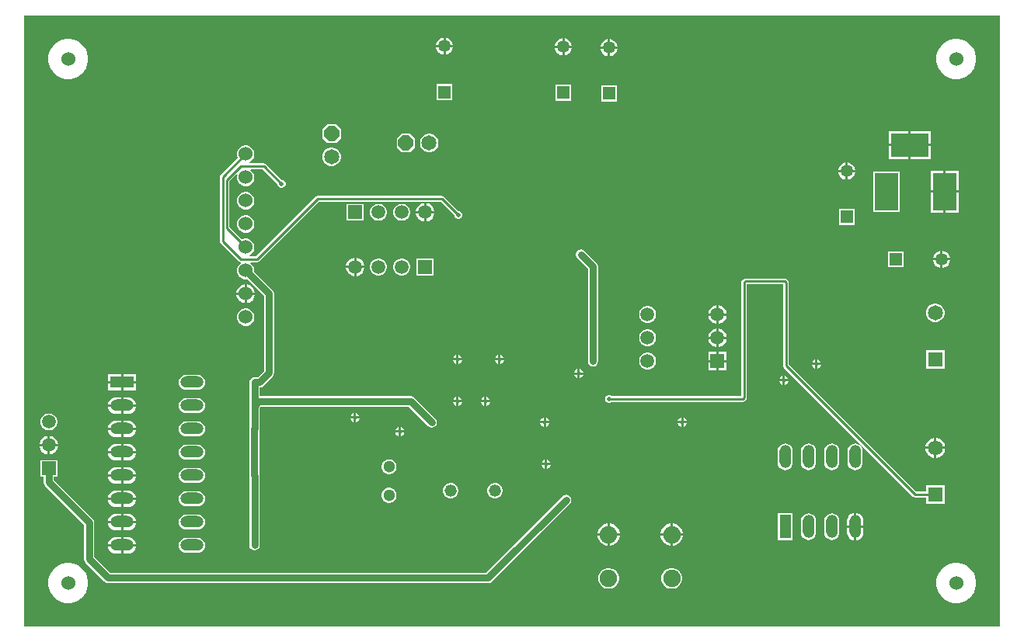
<source format=gbr>
G04*
G04 #@! TF.GenerationSoftware,Altium Limited,Altium Designer,22.4.2 (48)*
G04*
G04 Layer_Physical_Order=2*
G04 Layer_Color=16711680*
%FSLAX25Y25*%
%MOIN*%
G70*
G04*
G04 #@! TF.SameCoordinates,F61A7644-D23D-4A37-B683-A49046494346*
G04*
G04*
G04 #@! TF.FilePolarity,Positive*
G04*
G01*
G75*
%ADD13C,0.01000*%
%ADD59C,0.06000*%
%ADD69C,0.03000*%
%ADD70C,0.06496*%
%ADD71R,0.06496X0.06496*%
%ADD72R,0.05906X0.05906*%
%ADD73C,0.05906*%
%ADD74C,0.05315*%
%ADD75R,0.05315X0.05315*%
%ADD76O,0.10000X0.05000*%
%ADD77R,0.10000X0.05000*%
%ADD78C,0.07500*%
%ADD79O,0.05000X0.10000*%
%ADD80R,0.05000X0.10000*%
%ADD81C,0.05200*%
%ADD82C,0.05118*%
%ADD83R,0.05906X0.05906*%
%ADD84R,0.05315X0.05315*%
%ADD85R,0.16000X0.10000*%
%ADD86R,0.10000X0.16000*%
%ADD87C,0.06500*%
%ADD88P,0.07036X8X292.5*%
%ADD89P,0.07036X8X22.5*%
%ADD90C,0.02000*%
G36*
X419777Y11783D02*
Y1235D01*
X1224D01*
X1224Y263788D01*
X419777D01*
X419777Y11783D01*
D02*
G37*
%LPC*%
G36*
X182000Y254164D02*
Y251012D01*
X185153D01*
X184909Y251923D01*
X184427Y252758D01*
X183746Y253438D01*
X182912Y253920D01*
X182000Y254164D01*
D02*
G37*
G36*
X181000D02*
X180089Y253920D01*
X179255Y253438D01*
X178574Y252758D01*
X178092Y251923D01*
X177848Y251012D01*
X181000D01*
Y254164D01*
D02*
G37*
G36*
X233000Y253849D02*
Y250697D01*
X236153D01*
X235909Y251608D01*
X235427Y252443D01*
X234746Y253123D01*
X233912Y253605D01*
X233000Y253849D01*
D02*
G37*
G36*
X232000D02*
X231089Y253605D01*
X230255Y253123D01*
X229574Y252443D01*
X229092Y251608D01*
X228848Y250697D01*
X232000D01*
Y253849D01*
D02*
G37*
G36*
X252500Y253507D02*
Y250354D01*
X255653D01*
X255409Y251266D01*
X254927Y252100D01*
X254246Y252781D01*
X253412Y253262D01*
X252500Y253507D01*
D02*
G37*
G36*
X251500Y253507D02*
X250589Y253262D01*
X249755Y252781D01*
X249074Y252100D01*
X248592Y251266D01*
X248348Y250354D01*
X251500D01*
Y253507D01*
D02*
G37*
G36*
X185153Y250012D02*
X182000D01*
Y246859D01*
X182912Y247104D01*
X183746Y247585D01*
X184427Y248266D01*
X184909Y249100D01*
X185153Y250012D01*
D02*
G37*
G36*
X181000D02*
X177848D01*
X178092Y249100D01*
X178574Y248266D01*
X179255Y247585D01*
X180089Y247104D01*
X181000Y246859D01*
Y250012D01*
D02*
G37*
G36*
X236153Y249697D02*
X233000D01*
Y246544D01*
X233912Y246789D01*
X234746Y247270D01*
X235427Y247951D01*
X235909Y248785D01*
X236153Y249697D01*
D02*
G37*
G36*
X232000D02*
X228848D01*
X229092Y248785D01*
X229574Y247951D01*
X230255Y247270D01*
X231089Y246789D01*
X232000Y246544D01*
Y249697D01*
D02*
G37*
G36*
X251500Y249354D02*
X248348D01*
X248592Y248443D01*
X249074Y247608D01*
X249755Y246928D01*
X250589Y246446D01*
X251500Y246202D01*
Y249354D01*
D02*
G37*
G36*
X255653D02*
X252500D01*
Y246202D01*
X253412Y246446D01*
X254246Y246928D01*
X254927Y247608D01*
X255409Y248443D01*
X255653Y249354D01*
D02*
G37*
G36*
X401845Y253586D02*
X400156D01*
X398499Y253256D01*
X396939Y252610D01*
X395535Y251672D01*
X394340Y250477D01*
X393402Y249073D01*
X392756Y247513D01*
X392426Y245856D01*
Y244167D01*
X392756Y242511D01*
X393402Y240950D01*
X394340Y239546D01*
X395535Y238352D01*
X396939Y237414D01*
X398499Y236767D01*
X400156Y236438D01*
X401845D01*
X403501Y236767D01*
X405062Y237414D01*
X406466Y238352D01*
X407660Y239546D01*
X408599Y240950D01*
X409245Y242511D01*
X409574Y244167D01*
Y245856D01*
X409245Y247513D01*
X408599Y249073D01*
X407660Y250477D01*
X406466Y251672D01*
X405062Y252610D01*
X403501Y253256D01*
X401845Y253586D01*
D02*
G37*
G36*
X20845D02*
X19156D01*
X17500Y253256D01*
X15939Y252610D01*
X14535Y251672D01*
X13340Y250477D01*
X12402Y249073D01*
X11756Y247513D01*
X11426Y245856D01*
Y244167D01*
X11756Y242511D01*
X12402Y240950D01*
X13340Y239546D01*
X14535Y238352D01*
X15939Y237414D01*
X17500Y236767D01*
X19156Y236438D01*
X20845D01*
X22501Y236767D01*
X24062Y237414D01*
X25466Y238352D01*
X26660Y239546D01*
X27599Y240950D01*
X28245Y242511D01*
X28574Y244167D01*
Y245856D01*
X28245Y247513D01*
X27599Y249073D01*
X26660Y250477D01*
X25466Y251672D01*
X24062Y252610D01*
X22501Y253256D01*
X20845Y253586D01*
D02*
G37*
G36*
X184858Y234184D02*
X178143D01*
Y227469D01*
X184858D01*
Y234184D01*
D02*
G37*
G36*
X235858Y233869D02*
X229143D01*
Y227154D01*
X235858D01*
Y233869D01*
D02*
G37*
G36*
X255358Y233527D02*
X248643D01*
Y226812D01*
X255358D01*
Y233527D01*
D02*
G37*
G36*
X134975Y216962D02*
X131025D01*
X129050Y214987D01*
Y211037D01*
X131025Y209062D01*
X134975D01*
X136950Y211037D01*
Y214987D01*
X134975Y216962D01*
D02*
G37*
G36*
X390000Y214012D02*
X381500D01*
Y208512D01*
X390000D01*
Y214012D01*
D02*
G37*
G36*
X380500D02*
X372000D01*
Y208512D01*
X380500D01*
Y214012D01*
D02*
G37*
G36*
X175432Y212917D02*
X174392D01*
X173388Y212648D01*
X172487Y212128D01*
X171752Y211393D01*
X171232Y210492D01*
X170962Y209487D01*
Y208447D01*
X171232Y207443D01*
X171752Y206542D01*
X172487Y205807D01*
X173388Y205287D01*
X174392Y205017D01*
X175432D01*
X176437Y205287D01*
X177338Y205807D01*
X178073Y206542D01*
X178593Y207443D01*
X178862Y208447D01*
Y209487D01*
X178593Y210492D01*
X178073Y211393D01*
X177338Y212128D01*
X176437Y212648D01*
X175432Y212917D01*
D02*
G37*
G36*
X166887D02*
X162937D01*
X160962Y210942D01*
Y206992D01*
X162937Y205017D01*
X166887D01*
X168862Y206992D01*
Y210942D01*
X166887Y212917D01*
D02*
G37*
G36*
X390000Y207512D02*
X381500D01*
Y202012D01*
X390000D01*
Y207512D01*
D02*
G37*
G36*
X380500D02*
X372000D01*
Y202012D01*
X380500D01*
Y207512D01*
D02*
G37*
G36*
X133520Y206962D02*
X132480D01*
X131476Y206693D01*
X130575Y206172D01*
X129840Y205437D01*
X129320Y204536D01*
X129050Y203532D01*
Y202492D01*
X129320Y201487D01*
X129840Y200586D01*
X130575Y199851D01*
X131476Y199331D01*
X132480Y199062D01*
X133520D01*
X134525Y199331D01*
X135426Y199851D01*
X136161Y200586D01*
X136681Y201487D01*
X136950Y202492D01*
Y203532D01*
X136681Y204536D01*
X136161Y205437D01*
X135426Y206172D01*
X134525Y206693D01*
X133520Y206962D01*
D02*
G37*
G36*
X354500Y200507D02*
Y197354D01*
X357653D01*
X357409Y198266D01*
X356927Y199100D01*
X356246Y199781D01*
X355412Y200262D01*
X354500Y200507D01*
D02*
G37*
G36*
X353500Y200507D02*
X352589Y200262D01*
X351755Y199781D01*
X351074Y199100D01*
X350592Y198266D01*
X350348Y197354D01*
X353500D01*
Y200507D01*
D02*
G37*
G36*
Y196354D02*
X350348D01*
X350592Y195443D01*
X351074Y194608D01*
X351755Y193928D01*
X352589Y193446D01*
X353500Y193202D01*
Y196354D01*
D02*
G37*
G36*
X357653D02*
X354500D01*
Y193202D01*
X355412Y193446D01*
X356246Y193928D01*
X356927Y194608D01*
X357409Y195443D01*
X357653Y196354D01*
D02*
G37*
G36*
X96656Y207880D02*
X95682D01*
X94741Y207628D01*
X93897Y207141D01*
X93208Y206452D01*
X92721Y205608D01*
X92469Y204667D01*
Y203693D01*
X92721Y202752D01*
X92827Y202568D01*
X85435Y195177D01*
X85170Y194780D01*
X85077Y194312D01*
Y166712D01*
X85170Y166244D01*
X85435Y165847D01*
X93135Y158147D01*
X93532Y157881D01*
X94000Y157788D01*
X94018D01*
X94152Y157288D01*
X93897Y157141D01*
X93208Y156452D01*
X92721Y155608D01*
X92469Y154667D01*
Y153693D01*
X92721Y152752D01*
X93208Y151908D01*
X93897Y151219D01*
X94741Y150732D01*
X95682Y150480D01*
X96656D01*
X96688Y150489D01*
X103926Y143251D01*
Y111109D01*
X101275Y108459D01*
X99930D01*
X99072Y108288D01*
X98344Y107802D01*
X97858Y107074D01*
X97687Y106216D01*
Y96117D01*
X97689Y96106D01*
Y86680D01*
X97640Y86433D01*
Y76244D01*
Y66253D01*
X97738Y65758D01*
Y56310D01*
Y46030D01*
X97729Y45983D01*
Y36296D01*
X97900Y35437D01*
X98386Y34710D01*
X99114Y34223D01*
X99972Y34053D01*
X100830Y34223D01*
X101558Y34710D01*
X102044Y35437D01*
X102215Y36296D01*
Y45869D01*
X102243Y46012D01*
X102225Y46108D01*
Y56310D01*
Y66154D01*
X102126Y66649D01*
Y76244D01*
Y86185D01*
X102175Y86433D01*
Y95190D01*
X102754Y95769D01*
X166071D01*
X174414Y87426D01*
X175142Y86939D01*
X176000Y86769D01*
X176859Y86939D01*
X177586Y87426D01*
X178073Y88153D01*
X178244Y89012D01*
X178073Y89870D01*
X177586Y90598D01*
X168587Y99598D01*
X167859Y100084D01*
X167000Y100255D01*
X102173D01*
Y103973D01*
X102205D01*
X103063Y104144D01*
X103791Y104630D01*
X107755Y108594D01*
X108241Y109322D01*
X108412Y110180D01*
Y144180D01*
X108241Y145038D01*
X107755Y145766D01*
X99860Y153661D01*
X99869Y153693D01*
Y154667D01*
X99617Y155608D01*
X99129Y156452D01*
X98441Y157141D01*
X98185Y157288D01*
X98319Y157788D01*
X101000D01*
X101469Y157881D01*
X101866Y158147D01*
X127507Y183788D01*
X179830D01*
X185637Y177981D01*
Y177674D01*
X185896Y177049D01*
X186374Y176571D01*
X186999Y176312D01*
X187675D01*
X188300Y176571D01*
X188778Y177049D01*
X189037Y177674D01*
Y178350D01*
X188778Y178975D01*
X188300Y179453D01*
X187675Y179712D01*
X187367D01*
X181202Y185877D01*
X180805Y186142D01*
X180337Y186235D01*
X127000D01*
X126532Y186142D01*
X126135Y185877D01*
X100494Y160235D01*
X97674D01*
X97597Y160732D01*
X98441Y161219D01*
X99129Y161908D01*
X99617Y162752D01*
X99869Y163693D01*
Y164667D01*
X99617Y165608D01*
X99129Y166452D01*
X98441Y167141D01*
X97597Y167628D01*
X96656Y167880D01*
X95682D01*
X94741Y167628D01*
X94557Y167522D01*
X89224Y172855D01*
Y192505D01*
X92158Y195439D01*
X92606Y195180D01*
X92469Y194667D01*
Y193693D01*
X92721Y192752D01*
X93208Y191908D01*
X93897Y191219D01*
X94741Y190732D01*
X95682Y190480D01*
X96656D01*
X97597Y190732D01*
X98441Y191219D01*
X99129Y191908D01*
X99617Y192752D01*
X99869Y193693D01*
Y194667D01*
X99617Y195608D01*
X99129Y196452D01*
X98441Y197141D01*
X98185Y197288D01*
X98319Y197788D01*
X103494D01*
X109870Y191412D01*
Y191104D01*
X110129Y190479D01*
X110607Y190001D01*
X111232Y189742D01*
X111908D01*
X112533Y190001D01*
X113011Y190479D01*
X113270Y191104D01*
Y191780D01*
X113011Y192405D01*
X112533Y192884D01*
X111908Y193142D01*
X111600D01*
X104866Y199877D01*
X104469Y200142D01*
X104000Y200235D01*
X97674D01*
X97597Y200732D01*
X98441Y201219D01*
X99129Y201908D01*
X99617Y202752D01*
X99869Y203693D01*
Y204667D01*
X99617Y205608D01*
X99129Y206452D01*
X98441Y207141D01*
X97597Y207628D01*
X96656Y207880D01*
D02*
G37*
G36*
X402000Y197012D02*
X396500D01*
Y188512D01*
X402000D01*
Y197012D01*
D02*
G37*
G36*
X395500D02*
X390000D01*
Y188512D01*
X395500D01*
Y197012D01*
D02*
G37*
G36*
X96656Y187880D02*
X95682D01*
X94741Y187628D01*
X93897Y187141D01*
X93208Y186452D01*
X92721Y185608D01*
X92469Y184667D01*
Y183693D01*
X92721Y182752D01*
X93208Y181908D01*
X93897Y181219D01*
X94741Y180732D01*
X95682Y180480D01*
X96656D01*
X97597Y180732D01*
X98441Y181219D01*
X99129Y181908D01*
X99617Y182752D01*
X99869Y183693D01*
Y184667D01*
X99617Y185608D01*
X99129Y186452D01*
X98441Y187141D01*
X97597Y187628D01*
X96656Y187880D01*
D02*
G37*
G36*
X173689Y183133D02*
X173669D01*
Y179680D01*
X177121D01*
Y179700D01*
X176852Y180706D01*
X176332Y181607D01*
X175596Y182343D01*
X174694Y182863D01*
X173689Y183133D01*
D02*
G37*
G36*
X172669D02*
X172648D01*
X171643Y182863D01*
X170742Y182343D01*
X170006Y181607D01*
X169485Y180706D01*
X169216Y179700D01*
Y179680D01*
X172669D01*
Y183133D01*
D02*
G37*
G36*
X376700Y196712D02*
X365300D01*
Y179312D01*
X376700D01*
Y196712D01*
D02*
G37*
G36*
X402000Y187512D02*
X396500D01*
Y179012D01*
X402000D01*
Y187512D01*
D02*
G37*
G36*
X395500D02*
X390000D01*
Y179012D01*
X395500D01*
Y187512D01*
D02*
G37*
G36*
X163650Y182833D02*
X162688D01*
X161759Y182584D01*
X160926Y182103D01*
X160246Y181423D01*
X159765Y180590D01*
X159516Y179661D01*
Y178699D01*
X159765Y177770D01*
X160246Y176937D01*
X160926Y176257D01*
X161759Y175776D01*
X162688Y175527D01*
X163650D01*
X164579Y175776D01*
X165412Y176257D01*
X166092Y176937D01*
X166572Y177770D01*
X166822Y178699D01*
Y179661D01*
X166572Y180590D01*
X166092Y181423D01*
X165412Y182103D01*
X164579Y182584D01*
X163650Y182833D01*
D02*
G37*
G36*
X153650D02*
X152688D01*
X151759Y182584D01*
X150926Y182103D01*
X150246Y181423D01*
X149765Y180590D01*
X149516Y179661D01*
Y178699D01*
X149765Y177770D01*
X150246Y176937D01*
X150926Y176257D01*
X151759Y175776D01*
X152688Y175527D01*
X153650D01*
X154579Y175776D01*
X155412Y176257D01*
X156092Y176937D01*
X156572Y177770D01*
X156822Y178699D01*
Y179661D01*
X156572Y180590D01*
X156092Y181423D01*
X155412Y182103D01*
X154579Y182584D01*
X153650Y182833D01*
D02*
G37*
G36*
X146821D02*
X139516D01*
Y175527D01*
X146821D01*
Y182833D01*
D02*
G37*
G36*
X177121Y178680D02*
X173669D01*
Y175227D01*
X173689D01*
X174694Y175497D01*
X175596Y176017D01*
X176332Y176753D01*
X176852Y177654D01*
X177121Y178660D01*
Y178680D01*
D02*
G37*
G36*
X172669D02*
X169216D01*
Y178660D01*
X169485Y177654D01*
X170006Y176753D01*
X170742Y176017D01*
X171643Y175497D01*
X172648Y175227D01*
X172669D01*
Y178680D01*
D02*
G37*
G36*
X357358Y180527D02*
X350643D01*
Y173812D01*
X357358D01*
Y180527D01*
D02*
G37*
G36*
X96656Y177880D02*
X95682D01*
X94741Y177628D01*
X93897Y177141D01*
X93208Y176452D01*
X92721Y175608D01*
X92469Y174667D01*
Y173693D01*
X92721Y172752D01*
X93208Y171908D01*
X93897Y171219D01*
X94741Y170732D01*
X95682Y170480D01*
X96656D01*
X97597Y170732D01*
X98441Y171219D01*
X99129Y171908D01*
X99617Y172752D01*
X99869Y173693D01*
Y174667D01*
X99617Y175608D01*
X99129Y176452D01*
X98441Y177141D01*
X97597Y177628D01*
X96656Y177880D01*
D02*
G37*
G36*
X395185Y162664D02*
Y159512D01*
X398338D01*
X398094Y160424D01*
X397612Y161258D01*
X396931Y161938D01*
X396097Y162420D01*
X395185Y162664D01*
D02*
G37*
G36*
X394185D02*
X393274Y162420D01*
X392440Y161938D01*
X391759Y161258D01*
X391277Y160424D01*
X391033Y159512D01*
X394185D01*
Y162664D01*
D02*
G37*
G36*
X143689Y159703D02*
X143669D01*
Y156250D01*
X147122D01*
Y156270D01*
X146852Y157276D01*
X146332Y158177D01*
X145596Y158913D01*
X144694Y159433D01*
X143689Y159703D01*
D02*
G37*
G36*
X142669D02*
X142648D01*
X141643Y159433D01*
X140742Y158913D01*
X140006Y158177D01*
X139485Y157276D01*
X139216Y156270D01*
Y156250D01*
X142669D01*
Y159703D01*
D02*
G37*
G36*
X378358Y162369D02*
X371643D01*
Y155654D01*
X378358D01*
Y162369D01*
D02*
G37*
G36*
X398338Y158512D02*
X395185D01*
Y155359D01*
X396097Y155604D01*
X396931Y156085D01*
X397612Y156766D01*
X398094Y157600D01*
X398338Y158512D01*
D02*
G37*
G36*
X394185D02*
X391033D01*
X391277Y157600D01*
X391759Y156766D01*
X392440Y156085D01*
X393274Y155604D01*
X394185Y155359D01*
Y158512D01*
D02*
G37*
G36*
X176821Y159403D02*
X169516D01*
Y152097D01*
X176821D01*
Y159403D01*
D02*
G37*
G36*
X163650D02*
X162688D01*
X161759Y159154D01*
X160926Y158673D01*
X160246Y157993D01*
X159765Y157160D01*
X159516Y156231D01*
Y155269D01*
X159765Y154340D01*
X160246Y153507D01*
X160926Y152827D01*
X161759Y152346D01*
X162688Y152097D01*
X163650D01*
X164579Y152346D01*
X165412Y152827D01*
X166092Y153507D01*
X166572Y154340D01*
X166822Y155269D01*
Y156231D01*
X166572Y157160D01*
X166092Y157993D01*
X165412Y158673D01*
X164579Y159154D01*
X163650Y159403D01*
D02*
G37*
G36*
X153650D02*
X152688D01*
X151759Y159154D01*
X150926Y158673D01*
X150246Y157993D01*
X149765Y157160D01*
X149516Y156231D01*
Y155269D01*
X149765Y154340D01*
X150246Y153507D01*
X150926Y152827D01*
X151759Y152346D01*
X152688Y152097D01*
X153650D01*
X154579Y152346D01*
X155412Y152827D01*
X156092Y153507D01*
X156572Y154340D01*
X156822Y155269D01*
Y156231D01*
X156572Y157160D01*
X156092Y157993D01*
X155412Y158673D01*
X154579Y159154D01*
X153650Y159403D01*
D02*
G37*
G36*
X147122Y155250D02*
X143669D01*
Y151797D01*
X143689D01*
X144694Y152067D01*
X145596Y152587D01*
X146332Y153323D01*
X146852Y154224D01*
X147122Y155229D01*
Y155250D01*
D02*
G37*
G36*
X142669D02*
X139216D01*
Y155229D01*
X139485Y154224D01*
X140006Y153323D01*
X140742Y152587D01*
X141643Y152067D01*
X142648Y151797D01*
X142669D01*
Y155250D01*
D02*
G37*
G36*
X96695Y148180D02*
X96669D01*
Y144680D01*
X100169D01*
Y144707D01*
X99896Y145724D01*
X99370Y146636D01*
X98625Y147381D01*
X97713Y147907D01*
X96695Y148180D01*
D02*
G37*
G36*
X95669D02*
X95642D01*
X94625Y147907D01*
X93713Y147381D01*
X92968Y146636D01*
X92441Y145724D01*
X92169Y144707D01*
Y144680D01*
X95669D01*
Y148180D01*
D02*
G37*
G36*
X100169Y143680D02*
X96669D01*
Y140180D01*
X96695D01*
X97713Y140453D01*
X98625Y140979D01*
X99370Y141724D01*
X99896Y142636D01*
X100169Y143653D01*
Y143680D01*
D02*
G37*
G36*
X95669D02*
X92169D01*
Y143653D01*
X92441Y142636D01*
X92968Y141724D01*
X93713Y140979D01*
X94625Y140453D01*
X95642Y140180D01*
X95669D01*
Y143680D01*
D02*
G37*
G36*
X299104Y139240D02*
X299084D01*
Y135787D01*
X302537D01*
Y135808D01*
X302267Y136813D01*
X301747Y137714D01*
X301011Y138450D01*
X300109Y138970D01*
X299104Y139240D01*
D02*
G37*
G36*
X298084D02*
X298063D01*
X297058Y138970D01*
X296157Y138450D01*
X295421Y137714D01*
X294900Y136813D01*
X294631Y135808D01*
Y135787D01*
X298084D01*
Y139240D01*
D02*
G37*
G36*
X392520Y139960D02*
X391481D01*
X390476Y139691D01*
X389576Y139171D01*
X388841Y138436D01*
X388321Y137536D01*
X388052Y136531D01*
Y135492D01*
X388321Y134488D01*
X388841Y133588D01*
X389576Y132852D01*
X390476Y132333D01*
X391481Y132064D01*
X392520D01*
X393524Y132333D01*
X394425Y132852D01*
X395160Y133588D01*
X395679Y134488D01*
X395949Y135492D01*
Y136531D01*
X395679Y137536D01*
X395160Y138436D01*
X394425Y139171D01*
X393524Y139691D01*
X392520Y139960D01*
D02*
G37*
G36*
X269065Y138940D02*
X268103D01*
X267174Y138691D01*
X266341Y138210D01*
X265661Y137530D01*
X265180Y136697D01*
X264931Y135768D01*
Y134806D01*
X265180Y133877D01*
X265661Y133044D01*
X266341Y132364D01*
X267174Y131883D01*
X268103Y131634D01*
X269065D01*
X269994Y131883D01*
X270827Y132364D01*
X271507Y133044D01*
X271988Y133877D01*
X272236Y134806D01*
Y135768D01*
X271988Y136697D01*
X271507Y137530D01*
X270827Y138210D01*
X269994Y138691D01*
X269065Y138940D01*
D02*
G37*
G36*
X302537Y134787D02*
X299084D01*
Y131334D01*
X299104D01*
X300109Y131604D01*
X301011Y132124D01*
X301747Y132860D01*
X302267Y133761D01*
X302537Y134767D01*
Y134787D01*
D02*
G37*
G36*
X298084D02*
X294631D01*
Y134767D01*
X294900Y133761D01*
X295421Y132860D01*
X296157Y132124D01*
X297058Y131604D01*
X298063Y131334D01*
X298084D01*
Y134787D01*
D02*
G37*
G36*
X96656Y137880D02*
X95682D01*
X94741Y137628D01*
X93897Y137141D01*
X93208Y136452D01*
X92721Y135608D01*
X92469Y134667D01*
Y133693D01*
X92721Y132752D01*
X93208Y131908D01*
X93897Y131219D01*
X94741Y130732D01*
X95682Y130480D01*
X96656D01*
X97597Y130732D01*
X98441Y131219D01*
X99129Y131908D01*
X99617Y132752D01*
X99869Y133693D01*
Y134667D01*
X99617Y135608D01*
X99129Y136452D01*
X98441Y137141D01*
X97597Y137628D01*
X96656Y137880D01*
D02*
G37*
G36*
X299104Y129240D02*
X299084D01*
Y125787D01*
X302537D01*
Y125807D01*
X302267Y126813D01*
X301747Y127714D01*
X301011Y128450D01*
X300109Y128971D01*
X299104Y129240D01*
D02*
G37*
G36*
X298084D02*
X298063D01*
X297058Y128971D01*
X296157Y128450D01*
X295421Y127714D01*
X294900Y126813D01*
X294631Y125807D01*
Y125787D01*
X298084D01*
Y129240D01*
D02*
G37*
G36*
X269065Y128940D02*
X268103D01*
X267174Y128691D01*
X266341Y128210D01*
X265661Y127530D01*
X265180Y126697D01*
X264931Y125768D01*
Y124806D01*
X265180Y123877D01*
X265661Y123044D01*
X266341Y122364D01*
X267174Y121883D01*
X268103Y121634D01*
X269065D01*
X269994Y121883D01*
X270827Y122364D01*
X271507Y123044D01*
X271988Y123877D01*
X272236Y124806D01*
Y125768D01*
X271988Y126697D01*
X271507Y127530D01*
X270827Y128210D01*
X269994Y128691D01*
X269065Y128940D01*
D02*
G37*
G36*
X302537Y124787D02*
X299084D01*
Y121334D01*
X299104D01*
X300109Y121604D01*
X301011Y122124D01*
X301747Y122860D01*
X302267Y123761D01*
X302537Y124767D01*
Y124787D01*
D02*
G37*
G36*
X298084D02*
X294631D01*
Y124767D01*
X294900Y123761D01*
X295421Y122860D01*
X296157Y122124D01*
X297058Y121604D01*
X298063Y121334D01*
X298084D01*
Y124787D01*
D02*
G37*
G36*
X205500Y117969D02*
Y116512D01*
X206958D01*
X206696Y117145D01*
X206133Y117707D01*
X205500Y117969D01*
D02*
G37*
G36*
X204500D02*
X203868Y117707D01*
X203305Y117145D01*
X203043Y116512D01*
X204500D01*
Y117969D01*
D02*
G37*
G36*
X187500D02*
Y116512D01*
X188958D01*
X188696Y117145D01*
X188133Y117707D01*
X187500Y117969D01*
D02*
G37*
G36*
X186500D02*
X185868Y117707D01*
X185305Y117145D01*
X185043Y116512D01*
X186500D01*
Y117969D01*
D02*
G37*
G36*
X302537Y119240D02*
X299084D01*
Y115787D01*
X302537D01*
Y119240D01*
D02*
G37*
G36*
X298084D02*
X294631D01*
Y115787D01*
X298084D01*
Y119240D01*
D02*
G37*
G36*
X341500Y115969D02*
Y114512D01*
X342958D01*
X342696Y115145D01*
X342133Y115707D01*
X341500Y115969D01*
D02*
G37*
G36*
X340500D02*
X339867Y115707D01*
X339305Y115145D01*
X339043Y114512D01*
X340500D01*
Y115969D01*
D02*
G37*
G36*
X206958Y115512D02*
X205500D01*
Y114054D01*
X206133Y114316D01*
X206696Y114879D01*
X206958Y115512D01*
D02*
G37*
G36*
X204500D02*
X203043D01*
X203305Y114879D01*
X203868Y114316D01*
X204500Y114054D01*
Y115512D01*
D02*
G37*
G36*
X188958D02*
X187500D01*
Y114054D01*
X188133Y114316D01*
X188696Y114879D01*
X188958Y115512D01*
D02*
G37*
G36*
X186500D02*
X185043D01*
X185305Y114879D01*
X185868Y114316D01*
X186500Y114054D01*
Y115512D01*
D02*
G37*
G36*
X240000Y163255D02*
X239142Y163084D01*
X238414Y162598D01*
X237928Y161870D01*
X237757Y161012D01*
X237928Y160153D01*
X238414Y159426D01*
X242926Y154914D01*
Y135180D01*
Y125180D01*
Y115180D01*
X243096Y114322D01*
X243583Y113594D01*
X244310Y113108D01*
X245169Y112937D01*
X246027Y113108D01*
X246755Y113594D01*
X247241Y114322D01*
X247412Y115180D01*
Y125180D01*
Y135180D01*
Y155843D01*
X247241Y156702D01*
X246755Y157430D01*
X241586Y162598D01*
X240859Y163084D01*
X240000Y163255D01*
D02*
G37*
G36*
X395949Y119960D02*
X388052D01*
Y112064D01*
X395949D01*
Y119960D01*
D02*
G37*
G36*
X342958Y113512D02*
X341500D01*
Y112054D01*
X342133Y112316D01*
X342696Y112879D01*
X342958Y113512D01*
D02*
G37*
G36*
X340500D02*
X339043D01*
X339305Y112879D01*
X339867Y112316D01*
X340500Y112054D01*
Y113512D01*
D02*
G37*
G36*
X269065Y118940D02*
X268103D01*
X267174Y118691D01*
X266341Y118210D01*
X265661Y117530D01*
X265180Y116697D01*
X264931Y115768D01*
Y114806D01*
X265180Y113877D01*
X265661Y113044D01*
X266341Y112364D01*
X267174Y111883D01*
X268103Y111634D01*
X269065D01*
X269994Y111883D01*
X270827Y112364D01*
X271507Y113044D01*
X271988Y113877D01*
X272236Y114806D01*
Y115768D01*
X271988Y116697D01*
X271507Y117530D01*
X270827Y118210D01*
X269994Y118691D01*
X269065Y118940D01*
D02*
G37*
G36*
X302537Y114787D02*
X299084D01*
Y111334D01*
X302537D01*
Y114787D01*
D02*
G37*
G36*
X298084D02*
X294631D01*
Y111334D01*
X298084D01*
Y114787D01*
D02*
G37*
G36*
X239500Y111958D02*
Y110500D01*
X240958D01*
X240696Y111133D01*
X240133Y111696D01*
X239500Y111958D01*
D02*
G37*
G36*
X238500D02*
X237867Y111696D01*
X237304Y111133D01*
X237042Y110500D01*
X238500D01*
Y111958D01*
D02*
G37*
G36*
X240958Y109500D02*
X239500D01*
Y108042D01*
X240133Y108305D01*
X240696Y108867D01*
X240958Y109500D01*
D02*
G37*
G36*
X238500D02*
X237042D01*
X237304Y108867D01*
X237867Y108305D01*
X238500Y108042D01*
Y109500D01*
D02*
G37*
G36*
X327500Y108969D02*
Y107512D01*
X328958D01*
X328696Y108145D01*
X328133Y108707D01*
X327500Y108969D01*
D02*
G37*
G36*
X326500D02*
X325868Y108707D01*
X325305Y108145D01*
X325043Y107512D01*
X326500D01*
Y108969D01*
D02*
G37*
G36*
X49116Y109709D02*
X43616D01*
Y106709D01*
X49116D01*
Y109709D01*
D02*
G37*
G36*
X42616D02*
X37116D01*
Y106709D01*
X42616D01*
Y109709D01*
D02*
G37*
G36*
X328958Y106512D02*
X327500D01*
Y105054D01*
X328133Y105316D01*
X328696Y105879D01*
X328958Y106512D01*
D02*
G37*
G36*
X326500D02*
X325043D01*
X325305Y105879D01*
X325868Y105316D01*
X326500Y105054D01*
Y106512D01*
D02*
G37*
G36*
X75616Y109436D02*
X70616D01*
X69781Y109326D01*
X69002Y109004D01*
X68334Y108491D01*
X67821Y107822D01*
X67499Y107044D01*
X67389Y106209D01*
X67499Y105373D01*
X67821Y104595D01*
X68334Y103926D01*
X69002Y103413D01*
X69781Y103091D01*
X70616Y102981D01*
X75616D01*
X76452Y103091D01*
X77230Y103413D01*
X77899Y103926D01*
X78412Y104595D01*
X78734Y105373D01*
X78844Y106209D01*
X78734Y107044D01*
X78412Y107822D01*
X77899Y108491D01*
X77230Y109004D01*
X76452Y109326D01*
X75616Y109436D01*
D02*
G37*
G36*
X49116Y105709D02*
X43616D01*
Y102709D01*
X49116D01*
Y105709D01*
D02*
G37*
G36*
X42616D02*
X37116D01*
Y102709D01*
X42616D01*
Y105709D01*
D02*
G37*
G36*
X199500Y99969D02*
Y98512D01*
X200958D01*
X200696Y99145D01*
X200133Y99707D01*
X199500Y99969D01*
D02*
G37*
G36*
X198500D02*
X197868Y99707D01*
X197305Y99145D01*
X197043Y98512D01*
X198500D01*
Y99969D01*
D02*
G37*
G36*
X187500D02*
Y98512D01*
X188958D01*
X188696Y99145D01*
X188133Y99707D01*
X187500Y99969D01*
D02*
G37*
G36*
X186500D02*
X185868Y99707D01*
X185305Y99145D01*
X185043Y98512D01*
X186500D01*
Y99969D01*
D02*
G37*
G36*
X45616Y99739D02*
X43616D01*
Y96709D01*
X49081D01*
X49026Y97122D01*
X48674Y97974D01*
X48112Y98705D01*
X47381Y99266D01*
X46530Y99619D01*
X45616Y99739D01*
D02*
G37*
G36*
X42616D02*
X40616D01*
X39703Y99619D01*
X38851Y99266D01*
X38120Y98705D01*
X37559Y97974D01*
X37206Y97122D01*
X37152Y96709D01*
X42616D01*
Y99739D01*
D02*
G37*
G36*
X200958Y97512D02*
X199500D01*
Y96054D01*
X200133Y96316D01*
X200696Y96879D01*
X200958Y97512D01*
D02*
G37*
G36*
X198500D02*
X197043D01*
X197305Y96879D01*
X197868Y96316D01*
X198500Y96054D01*
Y97512D01*
D02*
G37*
G36*
X188958D02*
X187500D01*
Y96054D01*
X188133Y96316D01*
X188696Y96879D01*
X188958Y97512D01*
D02*
G37*
G36*
X186500D02*
X185043D01*
X185305Y96879D01*
X185868Y96316D01*
X186500Y96054D01*
Y97512D01*
D02*
G37*
G36*
X75616Y99436D02*
X70616D01*
X69781Y99326D01*
X69002Y99004D01*
X68334Y98491D01*
X67821Y97822D01*
X67499Y97044D01*
X67389Y96209D01*
X67499Y95373D01*
X67821Y94595D01*
X68334Y93926D01*
X69002Y93413D01*
X69781Y93091D01*
X70616Y92981D01*
X75616D01*
X76452Y93091D01*
X77230Y93413D01*
X77899Y93926D01*
X78412Y94595D01*
X78734Y95373D01*
X78844Y96209D01*
X78734Y97044D01*
X78412Y97822D01*
X77899Y98491D01*
X77230Y99004D01*
X76452Y99326D01*
X75616Y99436D01*
D02*
G37*
G36*
X49081Y95709D02*
X43616D01*
Y92678D01*
X45616D01*
X46530Y92799D01*
X47381Y93151D01*
X48112Y93712D01*
X48674Y94444D01*
X49026Y95295D01*
X49081Y95709D01*
D02*
G37*
G36*
X42616D02*
X37152D01*
X37206Y95295D01*
X37559Y94444D01*
X38120Y93712D01*
X38851Y93151D01*
X39703Y92799D01*
X40616Y92678D01*
X42616D01*
Y95709D01*
D02*
G37*
G36*
X143500Y92969D02*
Y91512D01*
X144958D01*
X144696Y92145D01*
X144133Y92707D01*
X143500Y92969D01*
D02*
G37*
G36*
X142500D02*
X141867Y92707D01*
X141305Y92145D01*
X141043Y91512D01*
X142500D01*
Y92969D01*
D02*
G37*
G36*
X284000Y91012D02*
Y89554D01*
X285458D01*
X285196Y90187D01*
X284633Y90750D01*
X284000Y91012D01*
D02*
G37*
G36*
X283000D02*
X282367Y90750D01*
X281805Y90187D01*
X281543Y89554D01*
X283000D01*
Y91012D01*
D02*
G37*
G36*
X225000D02*
Y89554D01*
X226458D01*
X226196Y90187D01*
X225633Y90750D01*
X225000Y91012D01*
D02*
G37*
G36*
X224000D02*
X223368Y90750D01*
X222805Y90187D01*
X222543Y89554D01*
X224000D01*
Y91012D01*
D02*
G37*
G36*
X144958Y90512D02*
X143500D01*
Y89054D01*
X144133Y89316D01*
X144696Y89879D01*
X144958Y90512D01*
D02*
G37*
G36*
X142500D02*
X141043D01*
X141305Y89879D01*
X141867Y89316D01*
X142500Y89054D01*
Y90512D01*
D02*
G37*
G36*
X285458Y88554D02*
X284000D01*
Y87096D01*
X284633Y87359D01*
X285196Y87921D01*
X285458Y88554D01*
D02*
G37*
G36*
X283000D02*
X281543D01*
X281805Y87921D01*
X282367Y87359D01*
X283000Y87096D01*
Y88554D01*
D02*
G37*
G36*
X226458D02*
X225000D01*
Y87096D01*
X225633Y87359D01*
X226196Y87921D01*
X226458Y88554D01*
D02*
G37*
G36*
X224000D02*
X222543D01*
X222805Y87921D01*
X223368Y87359D01*
X224000Y87096D01*
Y88554D01*
D02*
G37*
G36*
X45616Y89739D02*
X43616D01*
Y86709D01*
X49081D01*
X49026Y87122D01*
X48674Y87974D01*
X48112Y88705D01*
X47381Y89266D01*
X46530Y89618D01*
X45616Y89739D01*
D02*
G37*
G36*
X42616D02*
X40616D01*
X39703Y89618D01*
X38851Y89266D01*
X38120Y88705D01*
X37559Y87974D01*
X37206Y87122D01*
X37152Y86709D01*
X42616D01*
Y89739D01*
D02*
G37*
G36*
X12150Y92833D02*
X11188D01*
X10259Y92584D01*
X9426Y92103D01*
X8746Y91423D01*
X8265Y90590D01*
X8016Y89661D01*
Y88699D01*
X8265Y87770D01*
X8746Y86937D01*
X9426Y86257D01*
X10259Y85776D01*
X11188Y85527D01*
X12150D01*
X13079Y85776D01*
X13912Y86257D01*
X14592Y86937D01*
X15073Y87770D01*
X15322Y88699D01*
Y89661D01*
X15073Y90590D01*
X14592Y91423D01*
X13912Y92103D01*
X13079Y92584D01*
X12150Y92833D01*
D02*
G37*
G36*
X162776Y86969D02*
Y85512D01*
X164234D01*
X163971Y86145D01*
X163409Y86707D01*
X162776Y86969D01*
D02*
G37*
G36*
X161776D02*
X161143Y86707D01*
X160581Y86145D01*
X160318Y85512D01*
X161776D01*
Y86969D01*
D02*
G37*
G36*
X164234Y84512D02*
X162776D01*
Y83054D01*
X163409Y83316D01*
X163971Y83879D01*
X164234Y84512D01*
D02*
G37*
G36*
X161776D02*
X160318D01*
X160581Y83879D01*
X161143Y83316D01*
X161776Y83054D01*
Y84512D01*
D02*
G37*
G36*
X75616Y89436D02*
X70616D01*
X69781Y89326D01*
X69002Y89004D01*
X68334Y88491D01*
X67821Y87822D01*
X67499Y87044D01*
X67389Y86209D01*
X67499Y85373D01*
X67821Y84595D01*
X68334Y83926D01*
X69002Y83413D01*
X69781Y83091D01*
X70616Y82981D01*
X75616D01*
X76452Y83091D01*
X77230Y83413D01*
X77899Y83926D01*
X78412Y84595D01*
X78734Y85373D01*
X78844Y86209D01*
X78734Y87044D01*
X78412Y87822D01*
X77899Y88491D01*
X77230Y89004D01*
X76452Y89326D01*
X75616Y89436D01*
D02*
G37*
G36*
X49081Y85709D02*
X43616D01*
Y82678D01*
X45616D01*
X46530Y82799D01*
X47381Y83151D01*
X48112Y83712D01*
X48674Y84443D01*
X49026Y85295D01*
X49081Y85709D01*
D02*
G37*
G36*
X42616D02*
X37152D01*
X37206Y85295D01*
X37559Y84443D01*
X38120Y83712D01*
X38851Y83151D01*
X39703Y82799D01*
X40616Y82678D01*
X42616D01*
Y85709D01*
D02*
G37*
G36*
X12189Y83133D02*
X12169D01*
Y79680D01*
X15621D01*
Y79700D01*
X15352Y80706D01*
X14832Y81607D01*
X14096Y82343D01*
X13194Y82863D01*
X12189Y83133D01*
D02*
G37*
G36*
X11169D02*
X11148D01*
X10143Y82863D01*
X9242Y82343D01*
X8506Y81607D01*
X7985Y80706D01*
X7716Y79700D01*
Y79680D01*
X11169D01*
Y83133D01*
D02*
G37*
G36*
X392560Y82260D02*
X392500D01*
Y78512D01*
X396249D01*
Y78571D01*
X395959Y79651D01*
X395400Y80620D01*
X394609Y81411D01*
X393640Y81970D01*
X392560Y82260D01*
D02*
G37*
G36*
X391500D02*
X391441D01*
X390361Y81970D01*
X389392Y81411D01*
X388601Y80620D01*
X388042Y79651D01*
X387752Y78571D01*
Y78512D01*
X391500D01*
Y82260D01*
D02*
G37*
G36*
X45616Y79739D02*
X43616D01*
Y76709D01*
X49081D01*
X49026Y77122D01*
X48674Y77974D01*
X48112Y78705D01*
X47381Y79266D01*
X46530Y79619D01*
X45616Y79739D01*
D02*
G37*
G36*
X42616D02*
X40616D01*
X39703Y79619D01*
X38851Y79266D01*
X38120Y78705D01*
X37559Y77974D01*
X37206Y77122D01*
X37152Y76709D01*
X42616D01*
Y79739D01*
D02*
G37*
G36*
X15621Y78680D02*
X12169D01*
Y75227D01*
X12189D01*
X13194Y75497D01*
X14096Y76017D01*
X14832Y76753D01*
X15352Y77654D01*
X15621Y78660D01*
Y78680D01*
D02*
G37*
G36*
X11169D02*
X7716D01*
Y78660D01*
X7985Y77654D01*
X8506Y76753D01*
X9242Y76017D01*
X10143Y75497D01*
X11148Y75227D01*
X11169D01*
Y78680D01*
D02*
G37*
G36*
X396249Y77512D02*
X392500D01*
Y73764D01*
X392560D01*
X393640Y74053D01*
X394609Y74612D01*
X395400Y75403D01*
X395959Y76372D01*
X396249Y77452D01*
Y77512D01*
D02*
G37*
G36*
X391500D02*
X387752D01*
Y77452D01*
X388042Y76372D01*
X388601Y75403D01*
X389392Y74612D01*
X390361Y74053D01*
X391441Y73764D01*
X391500D01*
Y77512D01*
D02*
G37*
G36*
X75616Y79436D02*
X70616D01*
X69781Y79326D01*
X69002Y79004D01*
X68334Y78491D01*
X67821Y77822D01*
X67499Y77044D01*
X67389Y76209D01*
X67499Y75373D01*
X67821Y74595D01*
X68334Y73926D01*
X69002Y73413D01*
X69781Y73091D01*
X70616Y72981D01*
X75616D01*
X76452Y73091D01*
X77230Y73413D01*
X77899Y73926D01*
X78412Y74595D01*
X78734Y75373D01*
X78844Y76209D01*
X78734Y77044D01*
X78412Y77822D01*
X77899Y78491D01*
X77230Y79004D01*
X76452Y79326D01*
X75616Y79436D01*
D02*
G37*
G36*
X49081Y75709D02*
X43616D01*
Y72678D01*
X45616D01*
X46530Y72799D01*
X47381Y73151D01*
X48112Y73712D01*
X48674Y74444D01*
X49026Y75295D01*
X49081Y75709D01*
D02*
G37*
G36*
X42616D02*
X37152D01*
X37206Y75295D01*
X37559Y74444D01*
X38120Y73712D01*
X38851Y73151D01*
X39703Y72799D01*
X40616Y72678D01*
X42616D01*
Y75709D01*
D02*
G37*
G36*
X225500Y72969D02*
Y71512D01*
X226958D01*
X226696Y72145D01*
X226133Y72707D01*
X225500Y72969D01*
D02*
G37*
G36*
X224500D02*
X223868Y72707D01*
X223305Y72145D01*
X223043Y71512D01*
X224500D01*
Y72969D01*
D02*
G37*
G36*
X226958Y70512D02*
X225500D01*
Y69054D01*
X226133Y69316D01*
X226696Y69879D01*
X226958Y70512D01*
D02*
G37*
G36*
X224500D02*
X223043D01*
X223305Y69879D01*
X223868Y69316D01*
X224500Y69054D01*
Y70512D01*
D02*
G37*
G36*
X357669Y79908D02*
X356833Y79798D01*
X356055Y79475D01*
X355386Y78962D01*
X354873Y78294D01*
X354551Y77515D01*
X354441Y76680D01*
Y71680D01*
X354551Y70845D01*
X354873Y70066D01*
X355386Y69398D01*
X356055Y68885D01*
X356833Y68562D01*
X357669Y68452D01*
X358504Y68562D01*
X359282Y68885D01*
X359951Y69398D01*
X360464Y70066D01*
X360786Y70845D01*
X360896Y71680D01*
Y76680D01*
X360786Y77515D01*
X360464Y78294D01*
X359951Y78962D01*
X359282Y79475D01*
X358504Y79798D01*
X357669Y79908D01*
D02*
G37*
G36*
X347669D02*
X346833Y79798D01*
X346055Y79475D01*
X345387Y78962D01*
X344873Y78294D01*
X344551Y77515D01*
X344441Y76680D01*
Y71680D01*
X344551Y70845D01*
X344873Y70066D01*
X345387Y69398D01*
X346055Y68885D01*
X346833Y68562D01*
X347669Y68452D01*
X348504Y68562D01*
X349283Y68885D01*
X349951Y69398D01*
X350464Y70066D01*
X350786Y70845D01*
X350896Y71680D01*
Y76680D01*
X350786Y77515D01*
X350464Y78294D01*
X349951Y78962D01*
X349283Y79475D01*
X348504Y79798D01*
X347669Y79908D01*
D02*
G37*
G36*
X337669D02*
X336833Y79798D01*
X336055Y79475D01*
X335386Y78962D01*
X334874Y78294D01*
X334551Y77515D01*
X334441Y76680D01*
Y71680D01*
X334551Y70845D01*
X334874Y70066D01*
X335386Y69398D01*
X336055Y68885D01*
X336833Y68562D01*
X337669Y68452D01*
X338504Y68562D01*
X339282Y68885D01*
X339951Y69398D01*
X340464Y70066D01*
X340786Y70845D01*
X340896Y71680D01*
Y76680D01*
X340786Y77515D01*
X340464Y78294D01*
X339951Y78962D01*
X339282Y79475D01*
X338504Y79798D01*
X337669Y79908D01*
D02*
G37*
G36*
X327669D02*
X326833Y79798D01*
X326055Y79475D01*
X325387Y78962D01*
X324873Y78294D01*
X324551Y77515D01*
X324441Y76680D01*
Y71680D01*
X324551Y70845D01*
X324873Y70066D01*
X325387Y69398D01*
X326055Y68885D01*
X326833Y68562D01*
X327669Y68452D01*
X328504Y68562D01*
X329282Y68885D01*
X329951Y69398D01*
X330464Y70066D01*
X330786Y70845D01*
X330896Y71680D01*
Y76680D01*
X330786Y77515D01*
X330464Y78294D01*
X329951Y78962D01*
X329282Y79475D01*
X328504Y79798D01*
X327669Y79908D01*
D02*
G37*
G36*
X45616Y69739D02*
X43616D01*
Y66709D01*
X49081D01*
X49026Y67122D01*
X48674Y67974D01*
X48112Y68705D01*
X47381Y69266D01*
X46530Y69618D01*
X45616Y69739D01*
D02*
G37*
G36*
X42616D02*
X40616D01*
X39703Y69618D01*
X38851Y69266D01*
X38120Y68705D01*
X37559Y67974D01*
X37206Y67122D01*
X37152Y66709D01*
X42616D01*
Y69739D01*
D02*
G37*
G36*
X158065Y73144D02*
X157207D01*
X156378Y72922D01*
X155635Y72493D01*
X155028Y71886D01*
X154599Y71143D01*
X154377Y70314D01*
Y69456D01*
X154599Y68627D01*
X155028Y67884D01*
X155635Y67277D01*
X156378Y66848D01*
X157207Y66626D01*
X158065D01*
X158894Y66848D01*
X159637Y67277D01*
X160244Y67884D01*
X160673Y68627D01*
X160895Y69456D01*
Y70314D01*
X160673Y71143D01*
X160244Y71886D01*
X159637Y72493D01*
X158894Y72922D01*
X158065Y73144D01*
D02*
G37*
G36*
X75616Y69436D02*
X70616D01*
X69781Y69326D01*
X69002Y69004D01*
X68334Y68491D01*
X67821Y67822D01*
X67499Y67044D01*
X67389Y66209D01*
X67499Y65373D01*
X67821Y64595D01*
X68334Y63926D01*
X69002Y63413D01*
X69781Y63091D01*
X70616Y62981D01*
X75616D01*
X76452Y63091D01*
X77230Y63413D01*
X77899Y63926D01*
X78412Y64595D01*
X78734Y65373D01*
X78844Y66209D01*
X78734Y67044D01*
X78412Y67822D01*
X77899Y68491D01*
X77230Y69004D01*
X76452Y69326D01*
X75616Y69436D01*
D02*
G37*
G36*
X49081Y65709D02*
X43616D01*
Y62678D01*
X45616D01*
X46530Y62799D01*
X47381Y63151D01*
X48112Y63712D01*
X48674Y64443D01*
X49026Y65295D01*
X49081Y65709D01*
D02*
G37*
G36*
X42616D02*
X37152D01*
X37206Y65295D01*
X37559Y64443D01*
X38120Y63712D01*
X38851Y63151D01*
X39703Y62799D01*
X40616Y62678D01*
X42616D01*
Y65709D01*
D02*
G37*
G36*
X45616Y59739D02*
X43616D01*
Y56709D01*
X49081D01*
X49026Y57122D01*
X48674Y57974D01*
X48112Y58705D01*
X47381Y59266D01*
X46530Y59619D01*
X45616Y59739D01*
D02*
G37*
G36*
X42616D02*
X40616D01*
X39703Y59619D01*
X38851Y59266D01*
X38120Y58705D01*
X37559Y57974D01*
X37206Y57122D01*
X37152Y56709D01*
X42616D01*
Y59739D01*
D02*
G37*
G36*
X203603Y62980D02*
X202734D01*
X201895Y62755D01*
X201143Y62321D01*
X200528Y61706D01*
X200094Y60954D01*
X199869Y60115D01*
Y59246D01*
X200094Y58406D01*
X200528Y57654D01*
X201143Y57039D01*
X201895Y56605D01*
X202734Y56380D01*
X203603D01*
X204443Y56605D01*
X205195Y57039D01*
X205809Y57654D01*
X206244Y58406D01*
X206469Y59246D01*
Y60115D01*
X206244Y60954D01*
X205809Y61706D01*
X205195Y62321D01*
X204443Y62755D01*
X203603Y62980D01*
D02*
G37*
G36*
X184603D02*
X183734D01*
X182895Y62755D01*
X182142Y62321D01*
X181528Y61706D01*
X181094Y60954D01*
X180869Y60115D01*
Y59246D01*
X181094Y58406D01*
X181528Y57654D01*
X182142Y57039D01*
X182895Y56605D01*
X183734Y56380D01*
X184603D01*
X185442Y56605D01*
X186195Y57039D01*
X186809Y57654D01*
X187244Y58406D01*
X187469Y59246D01*
Y60115D01*
X187244Y60954D01*
X186809Y61706D01*
X186195Y62321D01*
X185442Y62755D01*
X184603Y62980D01*
D02*
G37*
G36*
X158065Y60939D02*
X157207D01*
X156378Y60717D01*
X155635Y60288D01*
X155028Y59681D01*
X154599Y58938D01*
X154377Y58109D01*
Y57251D01*
X154599Y56422D01*
X155028Y55679D01*
X155635Y55072D01*
X156378Y54643D01*
X157207Y54421D01*
X158065D01*
X158894Y54643D01*
X159637Y55072D01*
X160244Y55679D01*
X160673Y56422D01*
X160895Y57251D01*
Y58109D01*
X160673Y58938D01*
X160244Y59681D01*
X159637Y60288D01*
X158894Y60717D01*
X158065Y60939D01*
D02*
G37*
G36*
X327415Y150821D02*
X310586D01*
X310118Y150728D01*
X309721Y150463D01*
X309135Y149877D01*
X308870Y149480D01*
X308777Y149012D01*
Y100235D01*
X253181D01*
X252963Y100453D01*
X252339Y100712D01*
X251662D01*
X251037Y100453D01*
X250559Y99975D01*
X250300Y99350D01*
Y98674D01*
X250559Y98049D01*
X251037Y97571D01*
X251662Y97312D01*
X252339D01*
X252963Y97571D01*
X253181Y97788D01*
X309415D01*
X309883Y97881D01*
X310280Y98147D01*
X310866Y98732D01*
X311131Y99129D01*
X311224Y99598D01*
Y148374D01*
X326777D01*
Y113348D01*
X326870Y112880D01*
X327135Y112483D01*
X382472Y57147D01*
X382869Y56881D01*
X383337Y56788D01*
X388052D01*
Y54064D01*
X395949D01*
Y61960D01*
X388052D01*
Y59235D01*
X383844D01*
X329224Y113855D01*
Y149012D01*
X329131Y149480D01*
X328866Y149877D01*
X328280Y150463D01*
X327883Y150728D01*
X327415Y150821D01*
D02*
G37*
G36*
X75616Y59436D02*
X70616D01*
X69781Y59326D01*
X69002Y59004D01*
X68334Y58491D01*
X67821Y57822D01*
X67499Y57044D01*
X67389Y56209D01*
X67499Y55373D01*
X67821Y54595D01*
X68334Y53926D01*
X69002Y53413D01*
X69781Y53091D01*
X70616Y52981D01*
X75616D01*
X76452Y53091D01*
X77230Y53413D01*
X77899Y53926D01*
X78412Y54595D01*
X78734Y55373D01*
X78844Y56209D01*
X78734Y57044D01*
X78412Y57822D01*
X77899Y58491D01*
X77230Y59004D01*
X76452Y59326D01*
X75616Y59436D01*
D02*
G37*
G36*
X49081Y55709D02*
X43616D01*
Y52678D01*
X45616D01*
X46530Y52799D01*
X47381Y53151D01*
X48112Y53712D01*
X48674Y54444D01*
X49026Y55295D01*
X49081Y55709D01*
D02*
G37*
G36*
X42616D02*
X37152D01*
X37206Y55295D01*
X37559Y54444D01*
X38120Y53712D01*
X38851Y53151D01*
X39703Y52799D01*
X40616Y52678D01*
X42616D01*
Y55709D01*
D02*
G37*
G36*
X45616Y49739D02*
X43616D01*
Y46709D01*
X49081D01*
X49026Y47122D01*
X48674Y47974D01*
X48112Y48705D01*
X47381Y49266D01*
X46530Y49619D01*
X45616Y49739D01*
D02*
G37*
G36*
X42616D02*
X40616D01*
X39703Y49619D01*
X38851Y49266D01*
X38120Y48705D01*
X37559Y47974D01*
X37206Y47122D01*
X37152Y46709D01*
X42616D01*
Y49739D01*
D02*
G37*
G36*
X358169Y50144D02*
Y44680D01*
X361199D01*
Y46680D01*
X361079Y47594D01*
X360726Y48445D01*
X360165Y49176D01*
X359434Y49737D01*
X358582Y50090D01*
X358169Y50144D01*
D02*
G37*
G36*
X357169Y50144D02*
X356755Y50090D01*
X355904Y49737D01*
X355172Y49176D01*
X354611Y48445D01*
X354259Y47594D01*
X354138Y46680D01*
Y44680D01*
X357169D01*
Y50144D01*
D02*
G37*
G36*
X75616Y49436D02*
X70616D01*
X69781Y49326D01*
X69002Y49004D01*
X68334Y48491D01*
X67821Y47822D01*
X67499Y47044D01*
X67389Y46209D01*
X67499Y45373D01*
X67821Y44595D01*
X68334Y43926D01*
X69002Y43413D01*
X69781Y43091D01*
X70616Y42981D01*
X75616D01*
X76452Y43091D01*
X77230Y43413D01*
X77899Y43926D01*
X78412Y44595D01*
X78734Y45373D01*
X78844Y46209D01*
X78734Y47044D01*
X78412Y47822D01*
X77899Y48491D01*
X77230Y49004D01*
X76452Y49326D01*
X75616Y49436D01*
D02*
G37*
G36*
X49081Y45709D02*
X43616D01*
Y42678D01*
X45616D01*
X46530Y42799D01*
X47381Y43151D01*
X48112Y43712D01*
X48674Y44444D01*
X49026Y45295D01*
X49081Y45709D01*
D02*
G37*
G36*
X42616D02*
X37152D01*
X37206Y45295D01*
X37559Y44444D01*
X38120Y43712D01*
X38851Y43151D01*
X39703Y42799D01*
X40616Y42678D01*
X42616D01*
Y45709D01*
D02*
G37*
G36*
X279594Y45530D02*
X279469D01*
Y41280D01*
X283719D01*
Y41405D01*
X283395Y42614D01*
X282770Y43697D01*
X281885Y44581D01*
X280802Y45206D01*
X279594Y45530D01*
D02*
G37*
G36*
X252494D02*
X252369D01*
Y41280D01*
X256619D01*
Y41405D01*
X256295Y42614D01*
X255670Y43697D01*
X254785Y44581D01*
X253702Y45206D01*
X252494Y45530D01*
D02*
G37*
G36*
X278469D02*
X278343D01*
X277135Y45206D01*
X276052Y44581D01*
X275168Y43697D01*
X274542Y42614D01*
X274219Y41405D01*
Y41280D01*
X278469D01*
Y45530D01*
D02*
G37*
G36*
X251369D02*
X251243D01*
X250035Y45206D01*
X248952Y44581D01*
X248068Y43697D01*
X247442Y42614D01*
X247119Y41405D01*
Y41280D01*
X251369D01*
Y45530D01*
D02*
G37*
G36*
X330869Y49880D02*
X324469D01*
Y38480D01*
X330869D01*
Y49880D01*
D02*
G37*
G36*
X347669Y49908D02*
X346833Y49798D01*
X346055Y49475D01*
X345387Y48962D01*
X344873Y48294D01*
X344551Y47515D01*
X344441Y46680D01*
Y41680D01*
X344551Y40845D01*
X344873Y40066D01*
X345387Y39398D01*
X346055Y38885D01*
X346833Y38562D01*
X347669Y38452D01*
X348504Y38562D01*
X349283Y38885D01*
X349951Y39398D01*
X350464Y40066D01*
X350786Y40845D01*
X350896Y41680D01*
Y46680D01*
X350786Y47515D01*
X350464Y48294D01*
X349951Y48962D01*
X349283Y49475D01*
X348504Y49798D01*
X347669Y49908D01*
D02*
G37*
G36*
X337669D02*
X336833Y49798D01*
X336055Y49475D01*
X335386Y48962D01*
X334874Y48294D01*
X334551Y47515D01*
X334441Y46680D01*
Y41680D01*
X334551Y40845D01*
X334874Y40066D01*
X335386Y39398D01*
X336055Y38885D01*
X336833Y38562D01*
X337669Y38452D01*
X338504Y38562D01*
X339282Y38885D01*
X339951Y39398D01*
X340464Y40066D01*
X340786Y40845D01*
X340896Y41680D01*
Y46680D01*
X340786Y47515D01*
X340464Y48294D01*
X339951Y48962D01*
X339282Y49475D01*
X338504Y49798D01*
X337669Y49908D01*
D02*
G37*
G36*
X357169Y43680D02*
X354138D01*
Y41680D01*
X354259Y40766D01*
X354611Y39915D01*
X355172Y39184D01*
X355904Y38623D01*
X356755Y38270D01*
X357169Y38216D01*
Y43680D01*
D02*
G37*
G36*
X361199D02*
X358169D01*
Y38216D01*
X358582Y38270D01*
X359434Y38623D01*
X360165Y39184D01*
X360726Y39915D01*
X361079Y40766D01*
X361199Y41680D01*
Y43680D01*
D02*
G37*
G36*
X45616Y39739D02*
X43616D01*
Y36709D01*
X49081D01*
X49026Y37122D01*
X48674Y37974D01*
X48112Y38705D01*
X47381Y39266D01*
X46530Y39619D01*
X45616Y39739D01*
D02*
G37*
G36*
X42616D02*
X40616D01*
X39703Y39619D01*
X38851Y39266D01*
X38120Y38705D01*
X37559Y37974D01*
X37206Y37122D01*
X37152Y36709D01*
X42616D01*
Y39739D01*
D02*
G37*
G36*
X283719Y40280D02*
X279469D01*
Y36030D01*
X279594D01*
X280802Y36354D01*
X281885Y36979D01*
X282770Y37863D01*
X283395Y38947D01*
X283719Y40155D01*
Y40280D01*
D02*
G37*
G36*
X278469D02*
X274219D01*
Y40155D01*
X274542Y38947D01*
X275168Y37863D01*
X276052Y36979D01*
X277135Y36354D01*
X278343Y36030D01*
X278469D01*
Y40280D01*
D02*
G37*
G36*
X256619D02*
X252369D01*
Y36030D01*
X252494D01*
X253702Y36354D01*
X254785Y36979D01*
X255670Y37863D01*
X256295Y38947D01*
X256619Y40155D01*
Y40280D01*
D02*
G37*
G36*
X251369D02*
X247119D01*
Y40155D01*
X247442Y38947D01*
X248068Y37863D01*
X248952Y36979D01*
X250035Y36354D01*
X251243Y36030D01*
X251369D01*
Y40280D01*
D02*
G37*
G36*
X75616Y39436D02*
X70616D01*
X69781Y39326D01*
X69002Y39004D01*
X68334Y38491D01*
X67821Y37822D01*
X67499Y37044D01*
X67389Y36209D01*
X67499Y35373D01*
X67821Y34595D01*
X68334Y33926D01*
X69002Y33413D01*
X69781Y33091D01*
X70616Y32981D01*
X75616D01*
X76452Y33091D01*
X77230Y33413D01*
X77899Y33926D01*
X78412Y34595D01*
X78734Y35373D01*
X78844Y36209D01*
X78734Y37044D01*
X78412Y37822D01*
X77899Y38491D01*
X77230Y39004D01*
X76452Y39326D01*
X75616Y39436D01*
D02*
G37*
G36*
X49081Y35709D02*
X43616D01*
Y32678D01*
X45616D01*
X46530Y32799D01*
X47381Y33151D01*
X48112Y33712D01*
X48674Y34444D01*
X49026Y35295D01*
X49081Y35709D01*
D02*
G37*
G36*
X42616D02*
X37152D01*
X37206Y35295D01*
X37559Y34444D01*
X38120Y33712D01*
X38851Y33151D01*
X39703Y32799D01*
X40616Y32678D01*
X42616D01*
Y35709D01*
D02*
G37*
G36*
X15322Y72833D02*
X8016D01*
Y65527D01*
X9426D01*
Y63344D01*
X9596Y62485D01*
X10083Y61757D01*
X26757Y45083D01*
Y30348D01*
X26928Y29490D01*
X27414Y28762D01*
X35583Y20594D01*
X36310Y20108D01*
X37169Y19937D01*
X200169D01*
X201027Y20108D01*
X201755Y20594D01*
X235228Y54068D01*
X235715Y54795D01*
X235885Y55654D01*
X235715Y56512D01*
X235228Y57240D01*
X234501Y57726D01*
X233642Y57897D01*
X232784Y57726D01*
X232056Y57240D01*
X199240Y24423D01*
X38098D01*
X31244Y31277D01*
Y46012D01*
X31073Y46870D01*
X30586Y47598D01*
X13912Y64273D01*
Y65527D01*
X15322D01*
Y72833D01*
D02*
G37*
G36*
X279555Y26430D02*
X278383D01*
X277251Y26127D01*
X276236Y25541D01*
X275408Y24712D01*
X274822Y23698D01*
X274519Y22566D01*
Y21394D01*
X274822Y20262D01*
X275408Y19248D01*
X276236Y18419D01*
X277251Y17833D01*
X278383Y17530D01*
X279555D01*
X280686Y17833D01*
X281701Y18419D01*
X282530Y19248D01*
X283116Y20262D01*
X283419Y21394D01*
Y22566D01*
X283116Y23698D01*
X282530Y24712D01*
X281701Y25541D01*
X280686Y26127D01*
X279555Y26430D01*
D02*
G37*
G36*
X252455D02*
X251283D01*
X250151Y26127D01*
X249136Y25541D01*
X248308Y24712D01*
X247722Y23698D01*
X247419Y22566D01*
Y21394D01*
X247722Y20262D01*
X248308Y19248D01*
X249136Y18419D01*
X250151Y17833D01*
X251283Y17530D01*
X252455D01*
X253586Y17833D01*
X254601Y18419D01*
X255430Y19248D01*
X256015Y20262D01*
X256319Y21394D01*
Y22566D01*
X256015Y23698D01*
X255430Y24712D01*
X254601Y25541D01*
X253586Y26127D01*
X252455Y26430D01*
D02*
G37*
G36*
X401845Y28586D02*
X400156D01*
X398499Y28256D01*
X396939Y27610D01*
X395535Y26672D01*
X394340Y25477D01*
X393402Y24073D01*
X392756Y22513D01*
X392426Y20856D01*
Y19167D01*
X392756Y17511D01*
X393402Y15950D01*
X394340Y14546D01*
X395535Y13352D01*
X396939Y12414D01*
X398499Y11767D01*
X400156Y11438D01*
X401845D01*
X403501Y11767D01*
X405062Y12414D01*
X406466Y13352D01*
X407660Y14546D01*
X408599Y15950D01*
X409245Y17511D01*
X409574Y19167D01*
Y20856D01*
X409245Y22513D01*
X408599Y24073D01*
X407660Y25477D01*
X406466Y26672D01*
X405062Y27610D01*
X403501Y28256D01*
X401845Y28586D01*
D02*
G37*
G36*
X20845D02*
X19156D01*
X17500Y28256D01*
X15939Y27610D01*
X14535Y26672D01*
X13340Y25477D01*
X12402Y24073D01*
X11756Y22513D01*
X11426Y20856D01*
Y19167D01*
X11756Y17511D01*
X12402Y15950D01*
X13340Y14546D01*
X14535Y13352D01*
X15939Y12414D01*
X17500Y11767D01*
X19156Y11438D01*
X20845D01*
X22501Y11767D01*
X24062Y12414D01*
X25466Y13352D01*
X26660Y14546D01*
X27599Y15950D01*
X28245Y17511D01*
X28574Y19167D01*
Y20856D01*
X28245Y22513D01*
X27599Y24073D01*
X26660Y25477D01*
X25466Y26672D01*
X24062Y27610D01*
X22501Y28256D01*
X20845Y28586D01*
D02*
G37*
%LPD*%
D13*
X383337Y58012D02*
X392000D01*
X328000Y113348D02*
X383337Y58012D01*
X94000Y159012D02*
X101000D01*
X127000Y185012D02*
X180337D01*
X101000Y159012D02*
X127000Y185012D01*
X86300Y166712D02*
X94000Y159012D01*
X86300Y194312D02*
X96169Y204180D01*
X86300Y166712D02*
Y194312D01*
X94000Y199012D02*
X104000D01*
X88000Y172348D02*
Y193012D01*
X94000Y199012D01*
X88000Y172348D02*
X96169Y164180D01*
X180337Y185012D02*
X187337Y178012D01*
X104000Y199012D02*
X111570Y191442D01*
X327415Y149598D02*
X328000Y149012D01*
X310586Y149598D02*
X327415D01*
X328000Y113348D02*
Y149012D01*
X310000D02*
X310586Y149598D01*
X310000Y99598D02*
Y149012D01*
X309415Y99012D02*
X310000Y99598D01*
X252000Y99012D02*
X309415D01*
D59*
X96169Y204180D02*
D03*
Y194180D02*
D03*
Y184180D02*
D03*
Y174180D02*
D03*
Y164180D02*
D03*
Y154180D02*
D03*
Y144180D02*
D03*
Y134180D02*
D03*
X20000Y20012D02*
D03*
Y245012D02*
D03*
X401000Y20012D02*
D03*
Y245012D02*
D03*
D69*
X200169Y22180D02*
X233642Y55654D01*
X99972Y45983D02*
X100000Y46012D01*
X99972Y36296D02*
Y45983D01*
X37169Y22180D02*
X200169D01*
X245169Y135180D02*
Y155843D01*
Y125180D02*
Y135180D01*
X99883Y76244D02*
Y86433D01*
X240000Y161012D02*
X245169Y155843D01*
X99932Y86433D02*
Y96115D01*
X99930Y96117D02*
X101825Y98012D01*
X167000D02*
X176000Y89012D01*
X101825Y98012D02*
X167000D01*
X29000Y30348D02*
X37169Y22180D01*
X11669Y63344D02*
Y69180D01*
X29000Y30348D02*
Y46012D01*
X11669Y63344D02*
X29000Y46012D01*
X99930Y96117D02*
X99932Y96115D01*
X99930Y96117D02*
Y106216D01*
X99883Y66253D02*
Y76244D01*
X99981Y45993D02*
Y56310D01*
Y66154D01*
X99883Y66253D02*
X99981Y66154D01*
X245169Y115180D02*
Y125180D01*
X106169Y110180D02*
Y144180D01*
X99930Y106216D02*
X102205D01*
X96169Y154180D02*
X106169Y144180D01*
X102205Y106216D02*
X106169Y110180D01*
D70*
X392000Y136012D02*
D03*
Y78012D02*
D03*
D71*
Y116012D02*
D03*
Y58012D02*
D03*
D72*
X298584Y115287D02*
D03*
X143169Y179180D02*
D03*
X173169Y155750D02*
D03*
D73*
X298584Y125287D02*
D03*
Y135287D02*
D03*
X268584Y115287D02*
D03*
Y125287D02*
D03*
Y135287D02*
D03*
X11669Y79180D02*
D03*
Y89180D02*
D03*
X173169Y179180D02*
D03*
X163169D02*
D03*
X153169D02*
D03*
X143169Y155750D02*
D03*
X153169D02*
D03*
X163169D02*
D03*
D74*
X394686Y159012D02*
D03*
X252000Y249854D02*
D03*
X232501Y250197D02*
D03*
X354000Y196854D02*
D03*
X181500Y250512D02*
D03*
D75*
X375000Y159012D02*
D03*
D76*
X73116Y36209D02*
D03*
Y46209D02*
D03*
Y56209D02*
D03*
Y66209D02*
D03*
Y76209D02*
D03*
Y86209D02*
D03*
Y96209D02*
D03*
Y106209D02*
D03*
X43116Y36209D02*
D03*
Y46209D02*
D03*
Y56209D02*
D03*
Y66209D02*
D03*
Y76209D02*
D03*
Y86209D02*
D03*
Y96209D02*
D03*
D77*
Y106209D02*
D03*
D78*
X278969Y21980D02*
D03*
X251869Y40780D02*
D03*
Y21980D02*
D03*
X278969Y40780D02*
D03*
D79*
X357669Y74180D02*
D03*
X347669D02*
D03*
X337669D02*
D03*
X327669D02*
D03*
X357669Y44180D02*
D03*
X347669D02*
D03*
X337669D02*
D03*
D80*
X327669D02*
D03*
D81*
X184169Y59680D02*
D03*
X203169D02*
D03*
D82*
X157636Y57680D02*
D03*
Y69885D02*
D03*
D83*
X11669Y69180D02*
D03*
D84*
X252000Y230169D02*
D03*
X232500Y230512D02*
D03*
X354000Y177169D02*
D03*
X181500Y230827D02*
D03*
D85*
X381000Y208012D02*
D03*
D86*
X396000Y188012D02*
D03*
X371000D02*
D03*
D87*
X133000Y203012D02*
D03*
X174912Y208967D02*
D03*
D88*
X133000Y213012D02*
D03*
D89*
X164912Y208967D02*
D03*
D90*
X239000Y110000D02*
D03*
X225000Y71012D02*
D03*
X341000Y114012D02*
D03*
X327000Y107012D02*
D03*
X283500Y89054D02*
D03*
X224500D02*
D03*
X187000Y98012D02*
D03*
X199000D02*
D03*
X205000Y116012D02*
D03*
X187000D02*
D03*
X143000Y91012D02*
D03*
X162276Y85012D02*
D03*
X187337Y178012D02*
D03*
X111570Y191442D02*
D03*
X100000Y46012D02*
D03*
X240000Y161012D02*
D03*
X245169Y115180D02*
D03*
X233611Y55685D02*
D03*
X176000Y89012D02*
D03*
X252000Y99012D02*
D03*
X99883Y76244D02*
D03*
X99932Y86433D02*
D03*
X99981Y56310D02*
D03*
X99883Y66253D02*
D03*
X99972Y36296D02*
D03*
X99930Y106216D02*
D03*
Y96117D02*
D03*
X245169Y125180D02*
D03*
Y135180D02*
D03*
M02*

</source>
